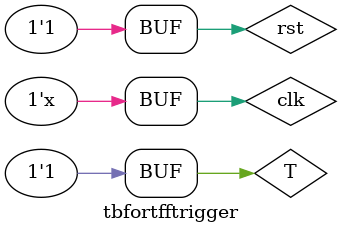
<source format=v>
`timescale 1ns / 1ps
module tbfortfftrigger();
reg clk, rst, T;
wire Q;

tfftrigger FF(.clk(clk), .rst(rst), .T(T), .Q(Q));

initial begin
   clk <= 0;
   rst <= 1;
   T <= 0;
   #10 rst <= 0;
   #10 rst <= 1;
   #30 T <= 1;
   #30 T <= 0;
   #30 T <= 1;
   #30 T <= 0;
   #30 T <= 1;
end

always begin
#5 clk <= ~clk;
end
endmodule
</source>
